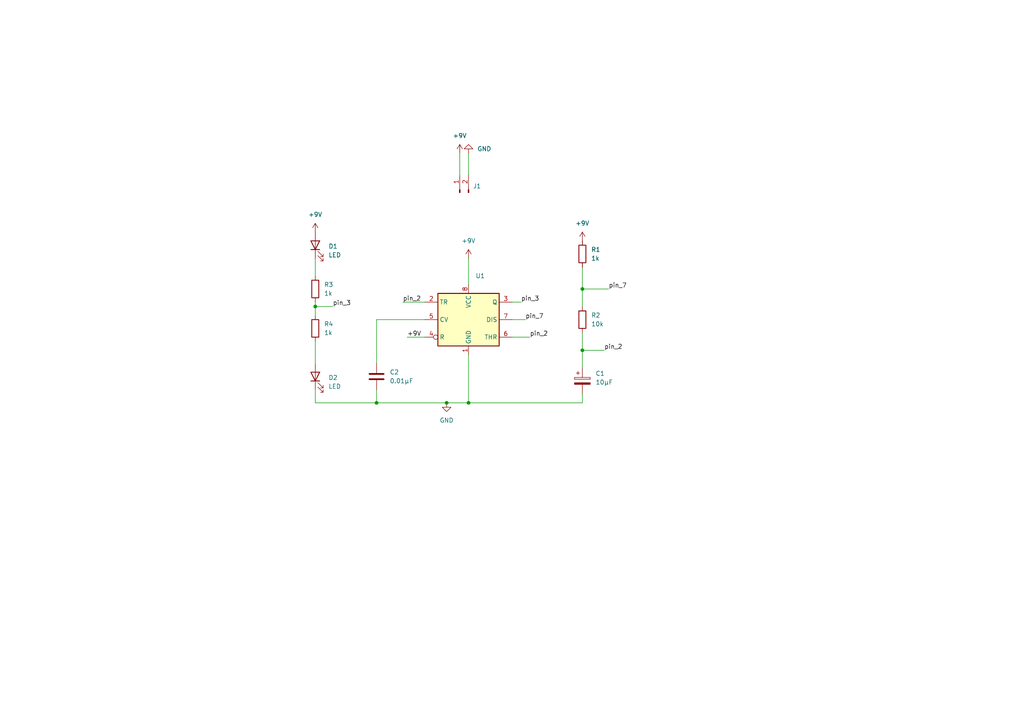
<source format=kicad_sch>
(kicad_sch (version 20211123) (generator eeschema)
  (paper "A4")
  (lib_symbols
    (symbol "Connector:Conn_01x02_Male" (pin_names (offset 1.016) hide)
      (property "Reference" "J" (at 0 2.54 0))
      (property "Value" "Conn_01x02_Male" (at 0 -5.08 0))
      (symbol "Conn_01x02_Male_1_1"
        (polyline (pts (xy 1.27 -2.54) (xy 0.8636 -2.54)) (stroke (width 0.1524)))
        (polyline (pts (xy 1.27 0) (xy 0.8636 0)) (stroke (width 0.1524)))
        (rectangle (start 0.8636 -2.413) (end 0 -2.667) (stroke (width 0.1524)) (fill (type outline)))
        (rectangle (start 0.8636 0.127) (end 0 -0.127) (stroke (width 0.1524)) (fill (type outline)))
        (pin passive line (at 5.08 0 180) (length 3.81) (name "Pin_1") (number "1"))
        (pin passive line (at 5.08 -2.54 180) (length 3.81) (name "Pin_2") (number "2"))
      )
    )
    (symbol "Device:C" (pin_numbers hide) (pin_names (offset 0.254))
      (property "Reference" "C" (at 0.635 2.54 0))
      (property "Value" "C" (at 0.635 -2.54 0))
      (symbol "C_0_1"
        (polyline (pts (xy -2.032 -0.762) (xy 2.032 -0.762)) (stroke (width 0.508)))
        (polyline (pts (xy -2.032 0.762) (xy 2.032 0.762)) (stroke (width 0.508)))
      )
      (symbol "C_1_1"
        (pin passive line (at 0 3.81 270) (length 2.794) (name "~") (number "1"))
        (pin passive line (at 0 -3.81 90) (length 2.794) (name "~") (number "2"))
      )
    )
    (symbol "Device:C_Polarized" (pin_numbers hide) (pin_names (offset 0.254))
      (property "Reference" "C" (at 0.635 2.54 0))
      (property "Value" "C_Polarized" (at 0.635 -2.54 0))
      (symbol "C_Polarized_0_1"
        (rectangle (start -2.286 0.508) (end 2.286 1.016))
        (polyline (pts (xy -1.778 2.286) (xy -0.762 2.286)))
        (polyline (pts (xy -1.27 2.794) (xy -1.27 1.778)))
        (rectangle (start 2.286 -0.508) (end -2.286 -1.016) (fill (type outline)))
      )
      (symbol "C_Polarized_1_1"
        (pin passive line (at 0 3.81 270) (length 2.794) (name "~") (number "1"))
        (pin passive line (at 0 -3.81 90) (length 2.794) (name "~") (number "2"))
      )
    )
    (symbol "Device:LED" (pin_numbers hide) (pin_names (offset 1.016) hide)
      (property "Reference" "D" (at 0 2.54 0))
      (property "Value" "LED" (at 0 -2.54 0))
      (symbol "LED_0_1"
        (polyline (pts (xy -1.27 -1.27) (xy -1.27 1.27)) (stroke (width 0.254)))
        (polyline (pts (xy -1.27 0) (xy 1.27 0)))
        (polyline (pts (xy 1.27 -1.27) (xy 1.27 1.27) (xy -1.27 0) (xy 1.27 -1.27)) (stroke (width 0.254)))
        (polyline (pts (xy -3.048 -0.762) (xy -4.572 -2.286) (xy -3.81 -2.286) (xy -4.572 -2.286) (xy -4.572 -1.524)))
        (polyline (pts (xy -1.778 -0.762) (xy -3.302 -2.286) (xy -2.54 -2.286) (xy -3.302 -2.286) (xy -3.302 -1.524)))
      )
      (symbol "LED_1_1"
        (pin passive line (at -3.81 0 0) (length 2.54) (name "K") (number "1"))
        (pin passive line (at 3.81 0 180) (length 2.54) (name "A") (number "2"))
      )
    )
    (symbol "Device:R" (pin_numbers hide) (pin_names (offset 0))
      (property "Reference" "R" (at 2.032 0 90))
      (property "Value" "R" (at 0 0 90))
      (symbol "R_0_1"
        (rectangle (start -1.016 -2.54) (end 1.016 2.54) (stroke (width 0.254)))
      )
      (symbol "R_1_1"
        (pin passive line (at 0 3.81 270) (length 1.27) (name "~") (number "1"))
        (pin passive line (at 0 -3.81 90) (length 1.27) (name "~") (number "2"))
      )
    )
    (symbol "Timer:NE555D"
      (property "Reference" "U" (at -10.16 8.89 0))
      (property "Value" "NE555D" (at 2.54 8.89 0))
      (symbol "NE555D_0_0"
        (pin power_in line (at 0 -10.16 90) (length 2.54) (name "GND") (number "1"))
        (pin power_in line (at 0 10.16 270) (length 2.54) (name "VCC") (number "8"))
      )
      (symbol "NE555D_0_1"
        (rectangle (start -8.89 -7.62) (end 8.89 7.62) (stroke (width 0.254)) (fill (type background)))
        (rectangle (start -8.89 -7.62) (end 8.89 7.62) (stroke (width 0.254)) (fill (type background)))
      )
      (symbol "NE555D_1_1"
        (pin input line (at -12.7 5.08 0) (length 3.81) (name "TR") (number "2"))
        (pin output line (at 12.7 5.08 180) (length 3.81) (name "Q") (number "3"))
        (pin input inverted (at -12.7 -5.08 0) (length 3.81) (name "R") (number "4"))
        (pin input line (at -12.7 0 0) (length 3.81) (name "CV") (number "5"))
        (pin input line (at 12.7 -5.08 180) (length 3.81) (name "THR") (number "6"))
        (pin input line (at 12.7 0 180) (length 3.81) (name "DIS") (number "7"))
      )
    )
    (symbol "power:+9V" (power) (pin_names (offset 0))
      (property "Value" "+9V" (at 0 3.556 0))
      (symbol "+9V_0_1"
        (polyline (pts (xy -0.762 1.27) (xy 0 2.54)))
        (polyline (pts (xy 0 0) (xy 0 2.54)))
        (polyline (pts (xy 0 2.54) (xy 0.762 1.27)))
      )
      (symbol "+9V_1_1"
        (pin power_in line (at 0 0 90) (length 0) hide (name "+9V") (number "1"))
      )
    )
    (symbol "power:GND" (power) (pin_names (offset 0))
      (property "Value" "GND" (at 0 -3.81 0))
      (symbol "GND_0_1"
        (polyline (pts (xy 0 0) (xy 0 -1.27) (xy 1.27 -1.27) (xy 0 -2.54) (xy -1.27 -1.27) (xy 0 -1.27)))
      )
      (symbol "GND_1_1"
        (pin power_in line (at 0 0 270) (length 0) hide (name "GND") (number "1"))
      )
    )
  )
  (junction (at 135.89 116.84))
  (junction (at 91.44 88.9))
  (junction (at 168.91 101.6))
  (junction (at 109.22 116.84))
  (junction (at 168.91 83.82))
  (junction (at 129.54 116.84))
  (wire (pts (xy 135.89 44.45) (xy 135.89 50.8)))
  (wire (pts (xy 129.54 116.84) (xy 135.89 116.84)))
  (wire (pts (xy 168.91 101.6) (xy 168.91 106.68)))
  (wire (pts (xy 148.59 92.71) (xy 152.4 92.71)))
  (wire (pts (xy 91.44 87.63) (xy 91.44 88.9)))
  (wire (pts (xy 148.59 97.79) (xy 153.67 97.79)))
  (wire (pts (xy 91.44 88.9) (xy 96.52 88.9)))
  (wire (pts (xy 91.44 99.06) (xy 91.44 105.41)))
  (wire (pts (xy 116.84 87.63) (xy 123.19 87.63)))
  (wire (pts (xy 168.91 101.6) (xy 175.26 101.6)))
  (wire (pts (xy 168.91 116.84) (xy 168.91 114.3)))
  (wire (pts (xy 148.59 87.63) (xy 151.13 87.63)))
  (wire (pts (xy 91.44 88.9) (xy 91.44 91.44)))
  (wire (pts (xy 123.19 92.71) (xy 109.22 92.71)))
  (wire (pts (xy 168.91 96.52) (xy 168.91 101.6)))
  (wire (pts (xy 168.91 83.82) (xy 176.53 83.82)))
  (wire (pts (xy 135.89 102.87) (xy 135.89 116.84)))
  (wire (pts (xy 118.11 97.79) (xy 123.19 97.79)))
  (wire (pts (xy 135.89 74.93) (xy 135.89 82.55)))
  (wire (pts (xy 91.44 113.03) (xy 91.44 116.84)))
  (wire (pts (xy 109.22 92.71) (xy 109.22 105.41)))
  (wire (pts (xy 91.44 116.84) (xy 109.22 116.84)))
  (wire (pts (xy 168.91 77.47) (xy 168.91 83.82)))
  (wire (pts (xy 168.91 83.82) (xy 168.91 88.9)))
  (wire (pts (xy 109.22 116.84) (xy 129.54 116.84)))
  (wire (pts (xy 109.22 113.03) (xy 109.22 116.84)))
  (wire (pts (xy 91.44 74.93) (xy 91.44 80.01)))
  (wire (pts (xy 133.35 44.45) (xy 133.35 50.8)))
  (wire (pts (xy 135.89 116.84) (xy 168.91 116.84)))
  (label "+9V" (at 118.11 97.79 0))
  (label "pin_7" (at 176.53 83.82 0))
  (label "pin_3" (at 96.52 88.9 0))
  (label "pin_2" (at 175.26 101.6 0))
  (label "pin_2" (at 153.67 97.79 0))
  (label "pin_3" (at 151.13 87.63 0))
  (label "pin_7" (at 152.4 92.71 0))
  (label "pin_2" (at 116.84 87.63 0))
  (symbol (lib_id "Device:R") (at 91.44 95.25 0) (unit 1)
    (property "Reference" "R4" (at 93.98 93.9799 0) (effects (justify left)))
    (property "Value" "1k" (at 93.98 96.5199 0) (effects (justify left)))
    (property "Footprint" "Resistor_SMD:R_0805_2012Metric_Pad1.20x1.40mm_HandSolder" (effects hide))
  )
  (symbol (lib_id "Timer:NE555D") (at 135.89 92.71 0) (unit 1)
    (property "Reference" "U1" (at 137.9094 80.01 0) (effects (justify left)))
    (property "Value" "NE555D" (effects hide))
    (property "Footprint" "Package_SO:SOIC-8-1EP_3.9x4.9mm_P1.27mm_EP2.29x3mm" (effects hide))
    (property "Datasheet" "http://www.ti.com/lit/ds/symlink/ne555.pdf" (effects hide))
  )
  (symbol (lib_id "power:GND") (at 129.54 116.84 0) (unit 1)
    (property "Reference" "#PWR0101" (effects hide))
    (property "Value" "GND" (at 129.54 121.92 0))
  )
  (symbol (lib_id "power:+9V") (at 135.89 74.93 0) (unit 1)
    (property "Reference" "#PWR0103" (effects hide))
    (property "Value" "+9V" (at 135.89 69.85 0))
  )
  (symbol (lib_id "power:GND") (at 135.89 44.45 180) (unit 1)
    (property "Reference" "#PWR0104" (effects hide))
    (property "Value" "GND" (at 138.43 43.1799 0) (effects (justify right)))
  )
  (symbol (lib_id "power:+9V") (at 168.91 69.85 0) (unit 1)
    (property "Reference" "#PWR0102" (effects hide))
    (property "Value" "+9V" (at 168.91 64.77 0))
  )
  (symbol (lib_id "Connector:Conn_01x02_Male") (at 133.35 55.88 90) (unit 1)
    (property "Reference" "J1" (at 137.16 53.9749 90) (effects (justify right)))
    (property "Value" "Conn_01x02_Male" (effects hide))
    (property "Footprint" "TerminalBlock:TerminalBlock_bornier-2_P5.08mm" (effects hide))
  )
  (symbol (lib_id "power:+9V") (at 133.35 44.45 0) (unit 1)
    (property "Reference" "#PWR0105" (effects hide))
    (property "Value" "+9V" (at 133.35 39.37 0))
  )
  (symbol (lib_id "power:+9V") (at 91.44 67.31 0) (unit 1)
    (property "Reference" "#PWR0106" (effects hide))
    (property "Value" "+9V" (at 91.44 62.23 0))
  )
  (symbol (lib_id "Device:C_Polarized") (at 168.91 110.49 0) (unit 1)
    (property "Reference" "C1" (at 172.72 108.3309 0) (effects (justify left)))
    (property "Value" "10μF" (at 172.72 110.8709 0) (effects (justify left)))
    (property "Footprint" "Capacitor_Tantalum_SMD:CP_EIA-3216-18_Kemet-A_Pad1.58x1.35mm_HandSolder" (effects hide))
  )
  (symbol (lib_id "Device:R") (at 168.91 73.66 0) (unit 1)
    (property "Reference" "R1" (at 171.45 72.3899 0) (effects (justify left)))
    (property "Value" "1k" (at 171.45 74.9299 0) (effects (justify left)))
    (property "Footprint" "Resistor_SMD:R_0805_2012Metric_Pad1.20x1.40mm_HandSolder" (effects hide))
  )
  (symbol (lib_id "Device:R") (at 91.44 83.82 0) (unit 1)
    (property "Reference" "R3" (at 93.98 82.5499 0) (effects (justify left)))
    (property "Value" "1k" (at 93.98 85.0899 0) (effects (justify left)))
    (property "Footprint" "Resistor_SMD:R_0805_2012Metric_Pad1.20x1.40mm_HandSolder" (effects hide))
  )
  (symbol (lib_id "Device:R") (at 168.91 92.71 0) (unit 1)
    (property "Reference" "R2" (at 171.45 91.4399 0) (effects (justify left)))
    (property "Value" "10k" (at 171.45 93.9799 0) (effects (justify left)))
    (property "Footprint" "Resistor_SMD:R_0805_2012Metric_Pad1.20x1.40mm_HandSolder" (effects hide))
  )
  (symbol (lib_id "Device:C") (at 109.22 109.22 0) (unit 1)
    (property "Reference" "C2" (at 113.03 107.9499 0) (effects (justify left)))
    (property "Value" "0.01μF" (at 113.03 110.4899 0) (effects (justify left)))
    (property "Footprint" "Capacitor_SMD:C_0805_2012Metric_Pad1.18x1.45mm_HandSolder" (effects hide))
  )
  (symbol (lib_id "Device:LED") (at 91.44 71.12 90) (unit 1)
    (property "Reference" "D1" (at 95.25 71.4374 90) (effects (justify right)))
    (property "Value" "LED" (at 95.25 73.9774 90) (effects (justify right)))
    (property "Footprint" "LED_SMD:LED_1206_3216Metric_Pad1.42x1.75mm_HandSolder" (effects hide))
  )
  (symbol (lib_id "Device:LED") (at 91.44 109.22 90) (unit 1)
    (property "Reference" "D2" (at 95.25 109.5374 90) (effects (justify right)))
    (property "Value" "LED" (at 95.25 112.0774 90) (effects (justify right)))
    (property "Footprint" "LED_SMD:LED_1206_3216Metric_Pad1.42x1.75mm_HandSolder" (effects hide))
  )
)
</source>
